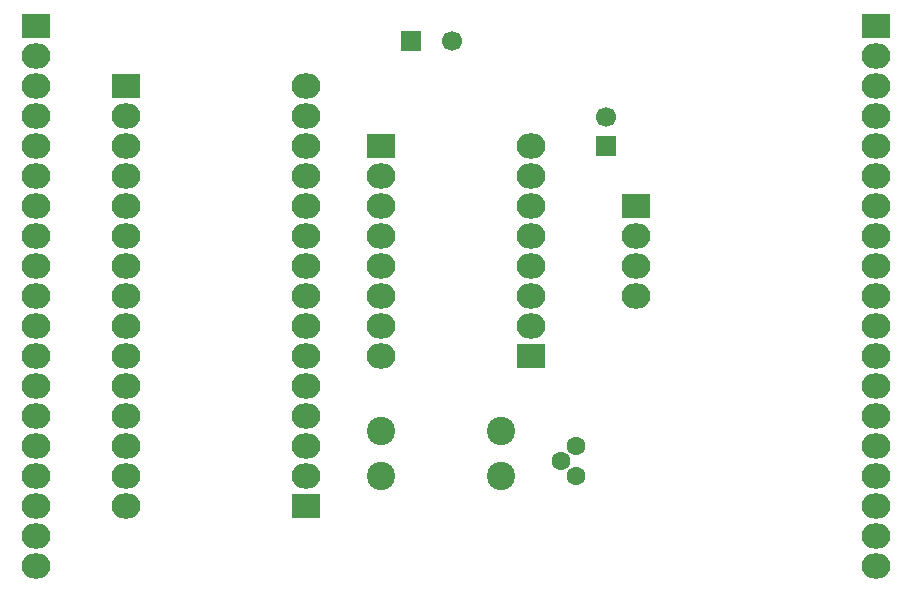
<source format=gbr>
G04 #@! TF.FileFunction,Soldermask,Bot*
%FSLAX46Y46*%
G04 Gerber Fmt 4.6, Leading zero omitted, Abs format (unit mm)*
G04 Created by KiCad (PCBNEW 4.0.3+e1-6302~38~ubuntu16.04.1-stable) date Thu Aug 25 17:18:17 2016*
%MOMM*%
%LPD*%
G01*
G04 APERTURE LIST*
%ADD10C,0.100000*%
%ADD11R,1.700000X1.700000*%
%ADD12C,1.700000*%
%ADD13R,2.432000X2.127200*%
%ADD14O,2.432000X2.127200*%
%ADD15C,1.600000*%
%ADD16C,2.398980*%
G04 APERTURE END LIST*
D10*
D11*
X99060000Y-66040000D03*
D12*
X99060000Y-63540000D03*
D13*
X58420000Y-60960000D03*
D14*
X58420000Y-63500000D03*
X58420000Y-66040000D03*
X58420000Y-68580000D03*
X58420000Y-71120000D03*
X58420000Y-73660000D03*
X58420000Y-76200000D03*
X58420000Y-78740000D03*
X58420000Y-81280000D03*
X58420000Y-83820000D03*
X58420000Y-86360000D03*
X58420000Y-88900000D03*
X58420000Y-91440000D03*
X58420000Y-93980000D03*
X58420000Y-96520000D03*
D13*
X73660000Y-96520000D03*
D14*
X73660000Y-93980000D03*
X73660000Y-91440000D03*
X73660000Y-88900000D03*
X73660000Y-86360000D03*
X73660000Y-83820000D03*
X73660000Y-81280000D03*
X73660000Y-78740000D03*
X73660000Y-76200000D03*
X73660000Y-73660000D03*
X73660000Y-71120000D03*
X73660000Y-68580000D03*
X73660000Y-66040000D03*
X73660000Y-63500000D03*
X73660000Y-60960000D03*
D13*
X80010000Y-66040000D03*
D14*
X80010000Y-68580000D03*
X80010000Y-71120000D03*
X80010000Y-73660000D03*
X80010000Y-76200000D03*
X80010000Y-78740000D03*
X80010000Y-81280000D03*
X80010000Y-83820000D03*
D13*
X92710000Y-83820000D03*
D14*
X92710000Y-81280000D03*
X92710000Y-78740000D03*
X92710000Y-76200000D03*
X92710000Y-73660000D03*
X92710000Y-71120000D03*
X92710000Y-68580000D03*
X92710000Y-66040000D03*
D13*
X101600000Y-71120000D03*
D14*
X101600000Y-73660000D03*
X101600000Y-76200000D03*
X101600000Y-78740000D03*
D13*
X121920000Y-55880000D03*
D14*
X121920000Y-58420000D03*
X121920000Y-60960000D03*
X121920000Y-63500000D03*
X121920000Y-66040000D03*
X121920000Y-68580000D03*
X121920000Y-71120000D03*
X121920000Y-73660000D03*
X121920000Y-76200000D03*
X121920000Y-78740000D03*
X121920000Y-81280000D03*
X121920000Y-83820000D03*
X121920000Y-86360000D03*
X121920000Y-88900000D03*
X121920000Y-91440000D03*
X121920000Y-93980000D03*
X121920000Y-96520000D03*
X121920000Y-99060000D03*
X121920000Y-101600000D03*
D13*
X50800000Y-55880000D03*
D14*
X50800000Y-58420000D03*
X50800000Y-60960000D03*
X50800000Y-63500000D03*
X50800000Y-66040000D03*
X50800000Y-68580000D03*
X50800000Y-71120000D03*
X50800000Y-73660000D03*
X50800000Y-76200000D03*
X50800000Y-78740000D03*
X50800000Y-81280000D03*
X50800000Y-83820000D03*
X50800000Y-86360000D03*
X50800000Y-88900000D03*
X50800000Y-91440000D03*
X50800000Y-93980000D03*
X50800000Y-96520000D03*
X50800000Y-99060000D03*
X50800000Y-101600000D03*
D12*
X86050000Y-57150000D03*
D11*
X82550000Y-57150000D03*
D15*
X96520000Y-91440000D03*
X95250000Y-92710000D03*
X96520000Y-93980000D03*
D16*
X80010000Y-93980000D03*
X90170000Y-93980000D03*
X80010000Y-90170000D03*
X90170000Y-90170000D03*
M02*

</source>
